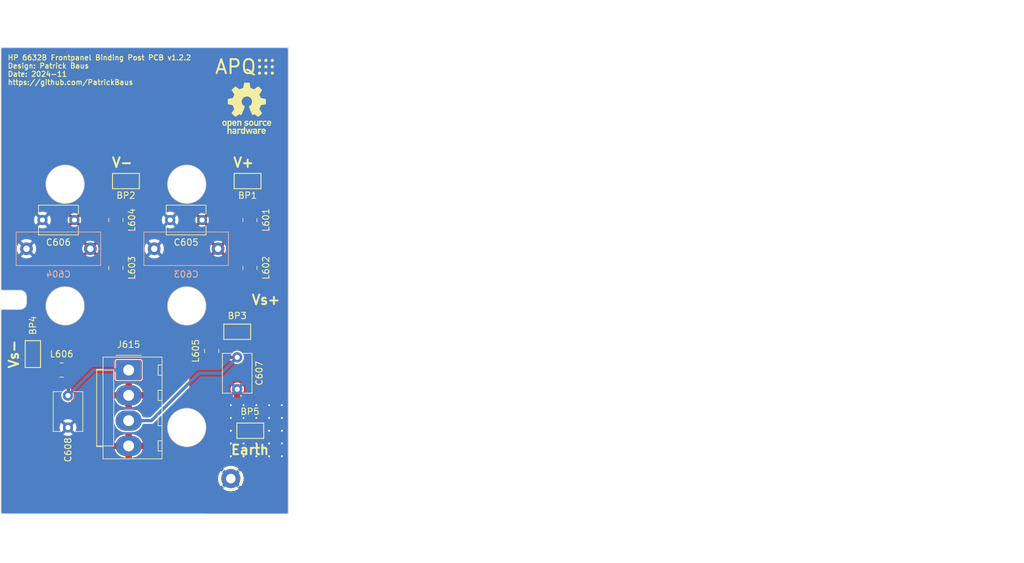
<source format=kicad_pcb>
(kicad_pcb (version 20240108) (generator "pcbnew") (generator_version "8.0")
  (title_block (title "HP 6632B Front Panel Binding Posts PCB") (date "2024-11-14") (rev "v1.1.2") (comment 1 "Copyright (©) 2024, Patrick Baus <patrick.baus@physik.tu-darmstadt.de>") (comment 2 "Licensed under CERN OHL-W v2.0"))
  (layers (0 "F.Cu" signal) (31 "B.Cu" signal) (34 "B.Paste" user) (35 "F.Paste" user) (36 "B.SilkS" user "B.Silkscreen") (37 "F.SilkS" user "F.Silkscreen") (38 "B.Mask" user) (39 "F.Mask" user) (44 "Edge.Cuts" user))
  (net 0 "")
  (net 1 "Earth")
  (net 2 "Net-(C603-Pad1)")
  (net 3 "Net-(C604-Pad2)")
  (net 4 "/V+")
  (net 5 "/V-")
  (net 6 "/V+_sense")
  (net 7 "/V-_sense")
  (net 8 "Net-(J615-Pin_3)")
  (net 9 "Net-(J615-Pin_1)")
  (net 10 "Net-(J615-Pin_4)")
  (net 11 "Net-(J615-Pin_2)")
  (footprint "Capacitor_THT:C_Disc_D6.0mm_W4.4mm_P5.00mm" (layer "F.Cu") (at 116.5 77 180)
    (property "Reference" "C605" (at 2.5 -3.5 0) (layer "F.SilkS"))
    (property "Value" "220p")
    (pad "1" thru_hole circle (at 0 0 180) (size 1.6 1.6) (drill 0.8) (layers "*.Cu" "*.Mask") (net 2 "Net-(C603-Pad1)"))
    (pad "2" thru_hole circle (at 5 0 180) (size 1.6 1.6) (drill 0.8) (layers "*.Cu" "*.Mask") (net 1 "Earth"))
  )
  (footprint "Inductor_SMD:L_1008_2520Metric" (layer "F.Cu") (at 124 77 90)
    (property "Reference" "L601" (at 0 2.5 90) (layer "F.SilkS"))
    (property "Value" "150n")
    (pad "1" smd roundrect (at -1.075 0 90) (size 1.25 2.2) (layers "F.Cu" "F.Paste" "F.Mask") (roundrect_rratio 0.2) (net 2 "Net-(C603-Pad1)"))
    (pad "2" smd roundrect (at 1.075 0 90) (size 1.25 2.2) (layers "F.Cu" "F.Paste" "F.Mask") (roundrect_rratio 0.2) (net 4 "/V+"))
  )
  (footprint "Inductor_SMD:L_1008_2520Metric" (layer "F.Cu") (at 103 84.5 90)
    (property "Reference" "L603" (at 0 2.5 -90) (layer "F.SilkS"))
    (property "Value" "150n")
    (pad "1" smd roundrect (at -1.075 0 90) (size 1.25 2.2) (layers "F.Cu" "F.Paste" "F.Mask") (roundrect_rratio 0.2) (net 11 "Net-(J615-Pin_2)"))
    (pad "2" smd roundrect (at 1.075 0 90) (size 1.25 2.2) (layers "F.Cu" "F.Paste" "F.Mask") (roundrect_rratio 0.2) (net 3 "Net-(C604-Pad2)"))
  )
  (footprint "Symbol:OSHW-Logo_7.5x8mm_SilkScreen" (layer "F.Cu") (at 123.5 59.5)
    (property "Reference" "LOGO1" (hide yes))
    (property "Value" "Logo_Open_Hardware_Small" (hide yes))
  )
  (footprint "Custom_footprints_project:APQ-Logo_small" (layer "F.Cu") (at 127.5 54 180)
    (property "Reference" "LOGO2" (hide yes))
    (property "Value" "Logo_APQ")
    (fp_text user "APQ" (at 5.75 1 180) (layer "F.SilkS") (effects (font (size 2.2 2.2) (thickness 0.3))))
  )
  (footprint "TestPoint:TestPoint_Keystone_5019_Minature" (layer "F.Cu") (at 123.625 70.9 180)
    (property "Reference" "BP1" (at 0 -2.25 0) (layer "F.SilkS"))
    (property "Value" "Conn_01x01")
    (pad "1" smd rect (at 0 0 180) (size 3.8 2) (layers "F.Cu" "F.Paste" "F.Mask") (net 4 "/V+"))
  )
  (footprint "Inductor_SMD:L_1008_2520Metric" (layer "F.Cu") (at 94.5 100.5 180)
    (property "Reference" "L606" (at 0 2.5 0) (layer "F.SilkS"))
    (property "Value" "150n")
    (pad "1" smd roundrect (at -1.075 0 180) (size 1.25 2.2) (layers "F.Cu" "F.Paste" "F.Mask") (roundrect_rratio 0.2) (net 9 "Net-(J615-Pin_1)"))
    (pad "2" smd roundrect (at 1.075 0 180) (size 1.25 2.2) (layers "F.Cu" "F.Paste" "F.Mask") (roundrect_rratio 0.2) (net 7 "/V-_sense"))
  )
  (footprint "Capacitor_THT:C_Disc_D6.0mm_W4.4mm_P5.00mm" (layer "F.Cu") (at 122 98.5 -90)
    (property "Reference" "C607" (at 2.5 -3.45 90) (layer "F.SilkS"))
    (property "Value" "220p")
    (pad "1" thru_hole circle (at 0 0 270) (size 1.6 1.6) (drill 0.8) (layers "*.Cu" "*.Mask") (net 8 "Net-(J615-Pin_3)"))
    (pad "2" thru_hole circle (at 5 0 270) (size 1.6 1.6) (drill 0.8) (layers "*.Cu" "*.Mask") (net 1 "Earth"))
  )
  (footprint "Capacitor_THT:C_Disc_D6.0mm_W4.4mm_P5.00mm" (layer "F.Cu") (at 95.5 109.5 90)
    (property "Reference" "C608" (at -3.5 0 90) (layer "F.SilkS"))
    (property "Value" "220p")
    (pad "1" thru_hole circle (at 0 0 90) (size 1.6 1.6) (drill 0.8) (layers "*.Cu" "*.Mask") (net 1 "Earth"))
    (pad "2" thru_hole circle (at 5 0 90) (size 1.6 1.6) (drill 0.8) (layers "*.Cu" "*.Mask") (net 9 "Net-(J615-Pin_1)"))
  )
  (footprint "TestPoint:TestPoint_Keystone_5019_Minature" (layer "F.Cu") (at 124.05 110 180)
    (property "Reference" "BP5" (at 0.05 3 0) (layer "F.SilkS"))
    (property "Value" "Conn_01x01")
    (pad "1" smd rect (at 0 0 180) (size 3.8 2) (layers "F.Cu" "F.Paste" "F.Mask") (net 1 "Earth"))
  )
  (footprint "Inductor_SMD:L_1008_2520Metric" (layer "F.Cu") (at 124 84.5 90)
    (property "Reference" "L602" (at 0 2.5 -90) (layer "F.SilkS"))
    (property "Value" "150n")
    (pad "1" smd roundrect (at -1.075 0 90) (size 1.25 2.2) (layers "F.Cu" "F.Paste" "F.Mask") (roundrect_rratio 0.2) (net 10 "Net-(J615-Pin_4)"))
    (pad "2" smd roundrect (at 1.075 0 90) (size 1.25 2.2) (layers "F.Cu" "F.Paste" "F.Mask") (roundrect_rratio 0.2) (net 2 "Net-(C603-Pad1)"))
  )
  (footprint "Inductor_SMD:L_1008_2520Metric" (layer "F.Cu") (at 103 77 90)
    (property "Reference" "L604" (at 0 2.5 90) (layer "F.SilkS"))
    (property "Value" "150n")
    (pad "1" smd roundrect (at -1.075 0 90) (size 1.25 2.2) (layers "F.Cu" "F.Paste" "F.Mask") (roundrect_rratio 0.2) (net 3 "Net-(C604-Pad2)"))
    (pad "2" smd roundrect (at 1.075 0 90) (size 1.25 2.2) (layers "F.Cu" "F.Paste" "F.Mask") (roundrect_rratio 0.2) (net 5 "/V-"))
  )
  (footprint "Inductor_SMD:L_1008_2520Metric" (layer "F.Cu") (at 118 97.5 90)
    (property "Reference" "L605" (at 0 -2.5 90) (layer "F.SilkS"))
    (property "Value" "150n")
    (pad "1" smd roundrect (at -1.075 0 90) (size 1.25 2.2) (layers "F.Cu" "F.Paste" "F.Mask") (roundrect_rratio 0.2) (net 8 "Net-(J615-Pin_3)"))
    (pad "2" smd roundrect (at 1.075 0 90) (size 1.25 2.2) (layers "F.Cu" "F.Paste" "F.Mask") (roundrect_rratio 0.2) (net 6 "/V+_sense"))
  )
  (footprint "TestPoint:TestPoint_Keystone_5019_Minature" (layer "F.Cu") (at 104.575 70.9 180)
    (property "Reference" "BP2" (at 0 -2.25 0) (layer "F.SilkS"))
    (property "Value" "Conn_01x01")
    (pad "1" smd rect (at 0 0 180) (size 3.8 2) (layers "F.Cu" "F.Paste" "F.Mask") (net 5 "/V-"))
  )
  (footprint "TestPoint:TestPoint_THTPad_D3.0mm_Drill1.5mm" (layer "F.Cu") (at 121 117.5 180)
    (property "Reference" "J1" (hide yes))
    (property "Value" "Conn_01x01")
    (pad "1" thru_hole circle (at 0 0 180) (size 3 3) (drill 1.5) (layers "*.Cu" "*.Mask") (net 1 "Earth"))
  )
  (footprint "Connector_Molex:Molex_KK-396_A-41791-0004_1x04_P3.96mm_Vertical" (layer "F.Cu") (at 105 100.5 -90)
    (property "Reference" "J615" (at -4 0 180) (layer "F.SilkS"))
    (property "Value" "Conn_01x04_Male")
    (pad "1" thru_hole roundrect (at 0 0 270) (size 3.16 4.1) (drill 1.7) (layers "*.Cu" "*.Mask") (roundrect_rratio 0.07911392405) (net 9 "Net-(J615-Pin_1)"))
    (pad "2" thru_hole oval (at 3.96 0 270) (size 3.16 4.1) (drill 1.7) (layers "*.Cu" "*.Mask") (net 11 "Net-(J615-Pin_2)"))
    (pad "3" thru_hole oval (at 7.92 0 270) (size 3.16 4.1) (drill 1.7) (layers "*.Cu" "*.Mask") (net 8 "Net-(J615-Pin_3)"))
    (pad "4" thru_hole oval (at 11.88 0 270) (size 3.16 4.1) (drill 1.7) (layers "*.Cu" "*.Mask") (net 10 "Net-(J615-Pin_4)"))
  )
  (footprint "Capacitor_THT:C_Disc_D6.0mm_W4.4mm_P5.00mm" (layer "F.Cu") (at 91.5 77)
    (property "Reference" "C606" (at 2.5 3.5 0) (layer "F.SilkS"))
    (property "Value" "220p")
    (pad "1" thru_hole circle (at 0 0) (size 1.6 1.6) (drill 0.8) (layers "*.Cu" "*.Mask") (net 1 "Earth"))
    (pad "2" thru_hole circle (at 5 0) (size 1.6 1.6) (drill 0.8) (layers "*.Cu" "*.Mask") (net 3 "Net-(C604-Pad2)"))
  )
  (footprint "TestPoint:TestPoint_Keystone_5019_Minature" (layer "F.Cu") (at 122 94.5 180)
    (property "Reference" "BP3" (at 0 2.5 0) (layer "F.SilkS"))
    (property "Value" "Conn_01x01")
    (pad "1" smd rect (at 0 0 180) (size 3.8 2) (layers "F.Cu" "F.Paste" "F.Mask") (net 6 "/V+_sense"))
  )
  (footprint "TestPoint:TestPoint_Keystone_5019_Minature" (layer "F.Cu") (at 90 98 -90)
    (property "Reference" "BP4" (at -4.5 0 90) (layer "F.SilkS"))
    (property "Value" "Conn_01x01")
    (pad "1" smd rect (at 0 0 270) (size 3.8 2) (layers "F.Cu" "F.Paste" "F.Mask") (net 7 "/V-_sense"))
  )
  (footprint "Capacitor_THT:C_Rect_L13.0mm_W5.0mm_P10.00mm_FKS3_FKP3_MKS4" (layer "B.Cu") (at 89 81.5)
    (property "Reference" "C604" (at 5 4 0) (layer "B.SilkS") (effects (justify mirror)))
    (property "Value" "4.7n")
    (pad "1" thru_hole circle (at 0 0) (size 2 2) (drill 1) (layers "*.Cu" "*.Mask") (net 1 "Earth"))
    (pad "2" thru_hole circle (at 10 0) (size 2 2) (drill 1) (layers "*.Cu" "*.Mask") (net 3 "Net-(C604-Pad2)"))
  )
  (footprint "Capacitor_THT:C_Rect_L13.0mm_W5.0mm_P10.00mm_FKS3_FKP3_MKS4" (layer "B.Cu") (at 119 81.5 180)
    (property "Reference" "C603" (at 5 -4 0) (layer "B.SilkS") (effects (justify mirror)))
    (property "Value" "4.7n")
    (pad "1" thru_hole circle (at 0 0 180) (size 2 2) (drill 1) (layers "*.Cu" "*.Mask") (net 2 "Net-(C603-Pad1)"))
    (pad "2" thru_hole circle (at 10 0 180) (size 2 2) (drill 1) (layers "*.Cu" "*.Mask") (net 1 "Earth"))
  )
  (gr_line (start 85 123) (end 130 123) (stroke (width 0.1)) (layer "Edge.Cuts"))
  (gr_line (start 85 50) (end 85 88) (stroke (width 0.1)) (layer "Edge.Cuts"))
  (gr_circle (center 95.05 71.4) (end 98.05 71.4) (stroke (width 0.1)) (fill none) (layer "Edge.Cuts"))
  (gr_circle (center 114.1 90.45) (end 117.1 90.45) (stroke (width 0.1)) (fill none) (layer "Edge.Cuts"))
  (gr_circle (center 114.1 109.5) (end 117.1 109.5) (stroke (width 0.1)) (fill none) (layer "Edge.Cuts"))
  (gr_circle (center 114.1 71.4) (end 117.1 71.4) (stroke (width 0.1)) (fill none) (layer "Edge.Cuts"))
  (gr_line (start 89 89) (end 89 90) (stroke (width 0.1)) (layer "Edge.Cuts"))
  (gr_circle (center 95.05 90.45) (end 98.05 90.45) (stroke (width 0.1)) (fill none) (layer "Edge.Cuts"))
  (gr_arc (start 89 90) (mid 88.707107 90.707107) (end 88 91) (stroke (width 0.1)) (layer "Edge.Cuts"))
  (gr_line (start 85 91) (end 85 123) (stroke (width 0.1)) (layer "Edge.Cuts"))
  (gr_line (start 130 50) (end 85 50) (stroke (width 0.1)) (layer "Edge.Cuts"))
  (gr_line (start 85 88) (end 88 88) (stroke (width 0.1)) (layer "Edge.Cuts"))
  (gr_arc (start 88 88) (mid 88.707107 88.292893) (end 89 89) (stroke (width 0.1)) (layer "Edge.Cuts"))
  (gr_line (start 88 91) (end 85 91) (stroke (width 0.1)) (layer "Edge.Cuts"))
  (gr_line (start 130 123) (end 130 50) (stroke (width 0.1)) (layer "Edge.Cuts"))
  (gr_text "Vs-" (at 87 98 90) (layer "F.SilkS") (effects (font (size 1.5 1.5) (thickness 0.3))))
  (gr_text "Vs+" (at 126.5 89.5 0) (layer "F.SilkS") (effects (font (size 1.5 1.5) (thickness 0.3))))
  (gr_text "Earth" (at 124 113 0) (layer "F.SilkS") (effects (font (size 1.5 1.5) (thickness 0.3))))
  (gr_text "V-" (at 104 68 0) (layer "F.SilkS") (effects (font (size 1.5 1.5) (thickness 0.3))))
  (gr_text "HP 6632B Frontpanel Binding Post PCB v1.2.2\nDesign: Patrick Baus\nDate: 2024-11\nhttps://github.com/PatrickBaus" (at 86 53.5 0) (layer "F.SilkS") (effects (font (size 0.8 0.8)) (justify left)))
  (gr_text "V+" (at 123 68 0) (layer "F.SilkS") (effects (font (size 1.5 1.5) (thickness 0.3))))
  (segment (start 122 103.5) (end 122 105) (width 1) (layer "F.Cu") (net 1))
  (segment (start 122 105) (end 123 106) (width 1) (layer "F.Cu") (net 1))
  (segment (start 122 105) (end 121 106) (width 1) (layer "F.Cu") (net 1))
  (via (at 127 112) (size 0.6) (drill 0.3) (layers "F.Cu" "B.Cu") (net 1))
  (via (at 121 112) (size 0.6) (drill 0.3) (layers "F.Cu" "B.Cu") (net 1))
  (via (at 123 112) (size 0.6) (drill 0.3) (layers "F.Cu" "B.Cu") (net 1))
  (via (at 129 112) (size 0.6) (drill 0.3) (layers "F.Cu" "B.Cu") (net 1))
  (via (at 125 112) (size 0.6) (drill 0.3) (layers "F.Cu" "B.Cu") (net 1))
  (via (at 127 110) (size 0.6) (drill 0.3) (layers "F.Cu" "B.Cu") (net 1))
  (via (at 129 110) (size 0.6) (drill 0.3) (layers "F.Cu" "B.Cu") (net 1))
  (via (at 121 110) (size 0.6) (drill 0.3) (layers "F.Cu" "B.Cu") (net 1))
  (via (at 125 108) (size 0.6) (drill 0.3) (layers "F.Cu" "B.Cu") (net 1))
  (via (at 123 108) (size 0.6) (drill 0.3) (layers "F.Cu" "B.Cu") (net 1))
  (via (at 121 108) (size 0.6) (drill 0.3) (layers "F.Cu" "B.Cu") (net 1))
  (via (at 127 108) (size 0.6) (drill 0.3) (layers "F.Cu" "B.Cu") (net 1))
  (via (at 129 108) (size 0.6) (drill 0.3) (layers "F.Cu" "B.Cu") (net 1))
  (via (at 127 106) (size 0.6) (drill 0.3) (layers "F.Cu" "B.Cu") (net 1))
  (via (at 121 106) (size 0.6) (drill 0.3) (layers "F.Cu" "B.Cu") (net 1))
  (via (at 129 106) (size 0.6) (drill 0.3) (layers "F.Cu" "B.Cu") (net 1))
  (via (at 125 106) (size 0.6) (drill 0.3) (layers "F.Cu" "B.Cu") (net 1))
  (via (at 123 106) (size 0.6) (drill 0.3) (layers "F.Cu" "B.Cu") (net 1))
  (via (at 125 114) (size 0.6) (drill 0.3) (layers "F.Cu" "B.Cu") (net 1))
  (via (at 129 114) (size 0.6) (drill 0.3) (layers "F.Cu" "B.Cu") (net 1))
  (via (at 123 114) (size 0.6) (drill 0.3) (layers "F.Cu" "B.Cu") (net 1))
  (via (at 127 114) (size 0.6) (drill 0.3) (layers "F.Cu" "B.Cu") (net 1))
  (via (at 121 114) (size 0.6) (drill 0.3) (layers "F.Cu" "B.Cu") (net 1))
  (segment (start 119.925 94.5) (end 118 96.425) (width 0.5) (layer "F.Cu") (net 6))
  (segment (start 122 94.5) (end 119.925 94.5) (width 0.5) (layer "F.Cu") (net 6))
  (segment (start 92.5 98) (end 93.425 98.925) (width 0.5) (layer "F.Cu") (net 7))
  (segment (start 90 98) (end 92.5 98) (width 0.5) (layer "F.Cu") (net 7))
  (segment (start 93.425 98.925) (end 93.425 100.5) (width 0.5) (layer "F.Cu") (net 7))
  (segment (start 120.1 98.5) (end 120.025 98.575) (width 0.5) (layer "F.Cu") (net 8))
  (segment (start 120.025 98.575) (end 118 98.575) (width 0.5) (layer "F.Cu") (net 8))
  (segment (start 122 98.5) (end 120.1 98.5) (width 0.5) (layer "F.Cu") (net 8))
  (segment (start 116 101) (end 119.5 101) (width 0.5) (layer "B.Cu") (net 8))
  (segment (start 108.58 108.42) (end 105 108.42) (width 0.5) (layer "B.Cu") (net 8))
  (segment (start 119.5 101) (end 122 98.5) (width 0.5) (layer "B.Cu") (net 8))
  (segment (start 108.58 108.42) (end 116 101) (width 0.5) (layer "B.Cu") (net 8))
  (segment (start 95.575 104.425) (end 95.5 104.5) (width 0.5) (layer "F.Cu") (net 9))
  (segment (start 95.575 100.5) (end 95.575 104.425) (width 0.5) (layer "F.Cu") (net 9))
  (segment (start 99.5 100.5) (end 95.5 104.5) (width 0.5) (layer "B.Cu") (net 9))
  (segment (start 99.5 100.5) (end 105 100.5) (width 0.5) (layer "B.Cu") (net 9))
  (zone (net 1) (net_name "Earth") (layer "F.Cu") (priority 2) (connect_pads (clearance 0.25)) (min_thickness 0.25) (fill yes (thermal_gap 0.5) (thermal_bridge_width 0.5) (smoothing chamfer) (radius 0.25))
    (polygon (pts (xy 117 116.5) (xy 120 113.5) (xy 120 105) (xy 130 105) (xy 130 123) (xy 117 123)))
  )
  (zone (net 11) (net_name "Net-(J615-Pin_2)") (layer "F.Cu") (priority 2) (connect_pads (clearance 0.15)) (min_thickness 0.25) (fill yes (thermal_gap 0.35) (thermal_bridge_width 1) (smoothing chamfer) (radius 0.25))
    (polygon (pts (xy 95.5 90) (xy 100.5 85) (xy 105.5 85) (xy 111.5 90.5) (xy 111.5 104.75) (xy 109.5 106.75) (xy 97.25 106.75) (xy 95.5 105)))
  )
  (zone (net 10) (net_name "Net-(J615-Pin_4)") (layer "F.Cu") (connect_pads (clearance 0.25)) (min_thickness 0.25) (fill yes (thermal_gap 0.25) (thermal_bridge_width 1) (smoothing chamfer) (radius 0.25))
    (polygon (pts (xy 101.5 110.25) (xy 114.5 110.25) (xy 114.5 85) (xy 126.5 85) (xy 130 88.5) (xy 130 95) (xy 130 120) (xy 101.5 120)))
  )
  (zone (net 3) (net_name "Net-(C604-Pad2)") (layer "F.Cu") (priority 1) (connect_pads (clearance 0.15)) (min_thickness 0.25) (fill yes (thermal_gap 0.5) (thermal_bridge_width 0.5) (smoothing chamfer) (radius 0.25))
    (polygon (pts (xy 94.5 75) (xy 97 75) (xy 99.5 77.5) (xy 105.5 77.5) (xy 107.5 79.5) (xy 107.5 82) (xy 105.5 84) (xy 94.5 84)))
  )
  (zone (net 5) (net_name "/V-") (layer "F.Cu") (connect_pads (clearance 0.15)) (min_thickness 0.25) (fill yes (thermal_gap 0.5) (thermal_bridge_width 0.5) (smoothing chamfer) (radius 0.25))
    (polygon (pts (xy 99.5 68) (xy 109.5 68) (xy 109.5 72.5) (xy 105.5 76.5) (xy 100.5 76.5) (xy 99.5 75.5)))
  )
  (zone (net 2) (net_name "Net-(C603-Pad1)") (layer "F.Cu") (priority 1) (connect_pads (clearance 0.15)) (min_thickness 0.25) (fill yes (thermal_gap 0.5) (thermal_bridge_width 0.5) (smoothing chamfer) (radius 0.25))
    (polygon (pts (xy 114.5 75) (xy 117.5 75) (xy 120 77.5) (xy 126.5 77.5) (xy 129 80) (xy 129 81.5) (xy 126.5 84) (xy 121.5 84) (xy 121 83.5) (xy 117 83.5) (xy 114.5 81)))
  )
  (zone (net 4) (net_name "/V+") (layer "F.Cu") (connect_pads (clearance 0.15)) (min_thickness 0.25) (fill yes (thermal_gap 0.5) (thermal_bridge_width 0.5) (smoothing chamfer) (radius 0.25))
    (polygon (pts (xy 119 68) (xy 129 68) (xy 129 74) (xy 126.5 76.5) (xy 121.5 76.5) (xy 119 74)))
  )
  (zone (net 1) (net_name "Earth") (layer "B.Cu") (priority 2) (connect_pads (clearance 0.25)) (min_thickness 0.25) (fill yes (thermal_gap 0.5) (thermal_bridge_width 0.5) (smoothing chamfer) (radius 0.25))
    (polygon (pts (xy 85 50) (xy 130 50) (xy 130 123) (xy 85 123)))
  )
)
</source>
